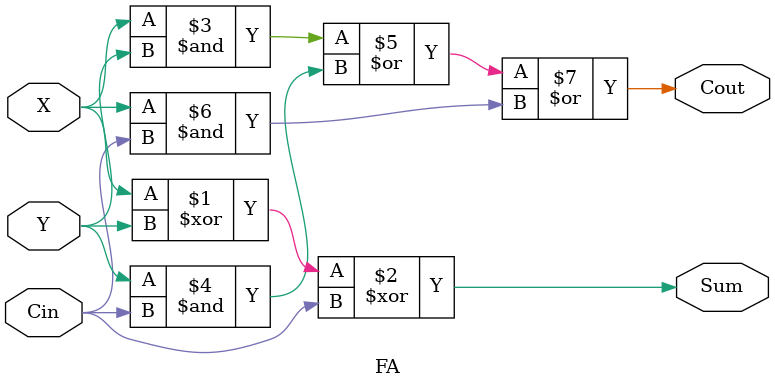
<source format=v>
`timescale 1ns / 1ps

module FA(                  
    input X, Y, Cin,                    //inputÀ¸·Î X, Y, Cin ¼±¾ð
    output Sum, Cout                    //outÀ¸·Î Sum, Cout ¼±¾ð
    );
    
    assign Sum= X^Y^Cin;               // SumÀº ¼¼ inputÁß¿¡ ÇÏ³ª¸¸ 1ÀÏ¶§ 1
    assign Cout=X&Y|Y&Cin|X&Cin;        // CoutÀº XY+YCin+XCin
endmodule

</source>
